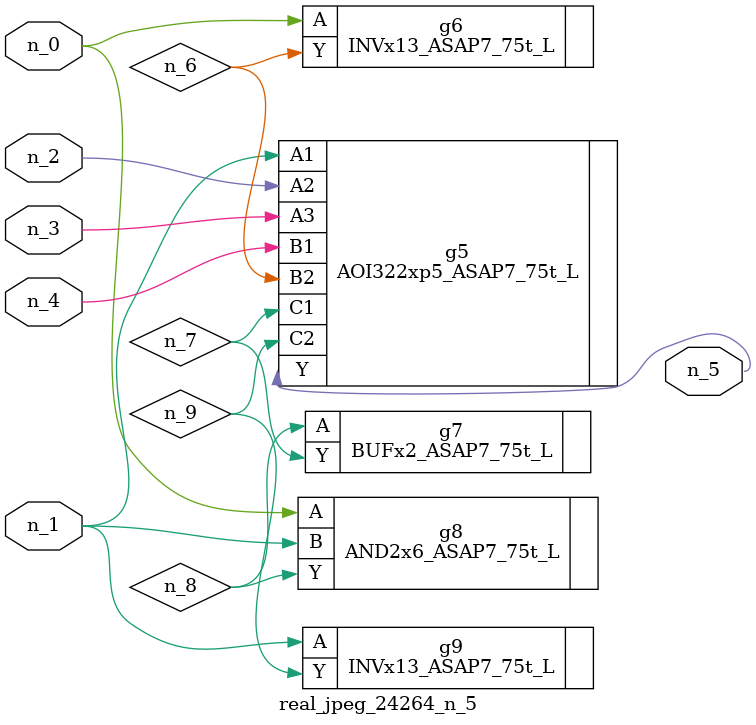
<source format=v>
module real_jpeg_24264_n_5 (n_4, n_0, n_1, n_2, n_3, n_5);

input n_4;
input n_0;
input n_1;
input n_2;
input n_3;

output n_5;

wire n_8;
wire n_6;
wire n_7;
wire n_9;

INVx13_ASAP7_75t_L g6 ( 
.A(n_0),
.Y(n_6)
);

AND2x6_ASAP7_75t_L g8 ( 
.A(n_0),
.B(n_1),
.Y(n_8)
);

AOI322xp5_ASAP7_75t_L g5 ( 
.A1(n_1),
.A2(n_2),
.A3(n_3),
.B1(n_4),
.B2(n_6),
.C1(n_7),
.C2(n_9),
.Y(n_5)
);

INVx13_ASAP7_75t_L g9 ( 
.A(n_1),
.Y(n_9)
);

BUFx2_ASAP7_75t_L g7 ( 
.A(n_8),
.Y(n_7)
);


endmodule
</source>
